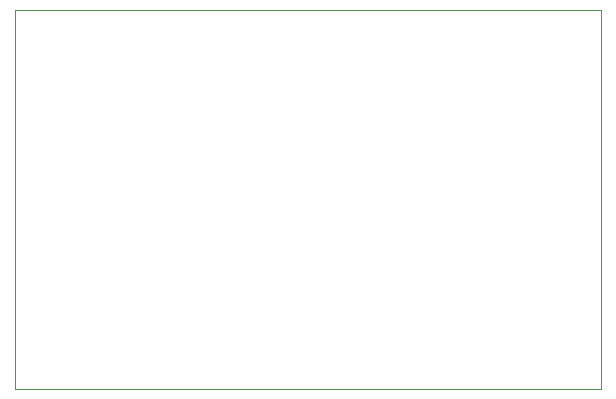
<source format=gbr>
%TF.GenerationSoftware,KiCad,Pcbnew,5.1.9-73d0e3b20d~88~ubuntu20.04.1*%
%TF.CreationDate,2021-02-15T14:30:30+00:00*%
%TF.ProjectId,daughter_board,64617567-6874-4657-925f-626f6172642e,rev?*%
%TF.SameCoordinates,Original*%
%TF.FileFunction,Profile,NP*%
%FSLAX46Y46*%
G04 Gerber Fmt 4.6, Leading zero omitted, Abs format (unit mm)*
G04 Created by KiCad (PCBNEW 5.1.9-73d0e3b20d~88~ubuntu20.04.1) date 2021-02-15 14:30:30*
%MOMM*%
%LPD*%
G01*
G04 APERTURE LIST*
%TA.AperFunction,Profile*%
%ADD10C,0.050000*%
%TD*%
G04 APERTURE END LIST*
D10*
X157100000Y-130000000D02*
X157100000Y-129800000D01*
X107500000Y-130000000D02*
X157100000Y-130000000D01*
X107500000Y-129800000D02*
X107500000Y-130000000D01*
X157100000Y-129800000D02*
X157100000Y-119900000D01*
X107500000Y-97900000D02*
X107500000Y-129800000D01*
X157100000Y-97900000D02*
X107500000Y-97900000D01*
X157100000Y-119900000D02*
X157100000Y-97900000D01*
M02*

</source>
